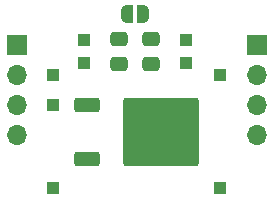
<source format=gts>
%TF.GenerationSoftware,KiCad,Pcbnew,8.0.3*%
%TF.CreationDate,2024-09-03T06:20:47+12:00*%
%TF.ProjectId,to-252-2,746f2d32-3532-42d3-922e-6b696361645f,rev?*%
%TF.SameCoordinates,Original*%
%TF.FileFunction,Soldermask,Top*%
%TF.FilePolarity,Negative*%
%FSLAX46Y46*%
G04 Gerber Fmt 4.6, Leading zero omitted, Abs format (unit mm)*
G04 Created by KiCad (PCBNEW 8.0.3) date 2024-09-03 06:20:47*
%MOMM*%
%LPD*%
G01*
G04 APERTURE LIST*
G04 Aperture macros list*
%AMRoundRect*
0 Rectangle with rounded corners*
0 $1 Rounding radius*
0 $2 $3 $4 $5 $6 $7 $8 $9 X,Y pos of 4 corners*
0 Add a 4 corners polygon primitive as box body*
4,1,4,$2,$3,$4,$5,$6,$7,$8,$9,$2,$3,0*
0 Add four circle primitives for the rounded corners*
1,1,$1+$1,$2,$3*
1,1,$1+$1,$4,$5*
1,1,$1+$1,$6,$7*
1,1,$1+$1,$8,$9*
0 Add four rect primitives between the rounded corners*
20,1,$1+$1,$2,$3,$4,$5,0*
20,1,$1+$1,$4,$5,$6,$7,0*
20,1,$1+$1,$6,$7,$8,$9,0*
20,1,$1+$1,$8,$9,$2,$3,0*%
%AMFreePoly0*
4,1,19,0.500000,-0.750000,0.000000,-0.750000,0.000000,-0.744911,-0.071157,-0.744911,-0.207708,-0.704816,-0.327430,-0.627875,-0.420627,-0.520320,-0.479746,-0.390866,-0.500000,-0.250000,-0.500000,0.250000,-0.479746,0.390866,-0.420627,0.520320,-0.327430,0.627875,-0.207708,0.704816,-0.071157,0.744911,0.000000,0.744911,0.000000,0.750000,0.500000,0.750000,0.500000,-0.750000,0.500000,-0.750000,
$1*%
%AMFreePoly1*
4,1,19,0.000000,0.744911,0.071157,0.744911,0.207708,0.704816,0.327430,0.627875,0.420627,0.520320,0.479746,0.390866,0.500000,0.250000,0.500000,-0.250000,0.479746,-0.390866,0.420627,-0.520320,0.327430,-0.627875,0.207708,-0.704816,0.071157,-0.744911,0.000000,-0.744911,0.000000,-0.750000,-0.500000,-0.750000,-0.500000,0.750000,0.000000,0.750000,0.000000,0.744911,0.000000,0.744911,
$1*%
G04 Aperture macros list end*
%ADD10R,1.000000X1.000000*%
%ADD11RoundRect,0.250000X-0.475000X0.337500X-0.475000X-0.337500X0.475000X-0.337500X0.475000X0.337500X0*%
%ADD12RoundRect,0.250000X-0.850000X-0.350000X0.850000X-0.350000X0.850000X0.350000X-0.850000X0.350000X0*%
%ADD13RoundRect,0.249997X-2.950003X-2.650003X2.950003X-2.650003X2.950003X2.650003X-2.950003X2.650003X0*%
%ADD14FreePoly0,0.000000*%
%ADD15FreePoly1,0.000000*%
%ADD16R,1.700000X1.700000*%
%ADD17O,1.700000X1.700000*%
G04 APERTURE END LIST*
D10*
%TO.C,TP105*%
X-29900000Y-11900000D03*
%TD*%
D11*
%TO.C,C101*%
X-24360000Y-8862500D03*
X-24360000Y-10937500D03*
%TD*%
D10*
%TO.C,TP102*%
X-27300000Y-10900000D03*
%TD*%
%TO.C,TP103*%
X-18700000Y-10900000D03*
%TD*%
%TO.C,TP104*%
X-18700000Y-8900000D03*
%TD*%
D12*
%TO.C,U101*%
X-27060000Y-14470000D03*
D13*
X-20760000Y-16750000D03*
D12*
X-27060000Y-19030000D03*
%TD*%
D10*
%TO.C,TP110*%
X-15800000Y-11900000D03*
%TD*%
%TO.C,TP111*%
X-29900000Y-21500000D03*
%TD*%
%TO.C,TP109*%
X-29900000Y-14450000D03*
%TD*%
%TO.C,TP112*%
X-15800000Y-21500000D03*
%TD*%
D11*
%TO.C,C102*%
X-21640000Y-8862500D03*
X-21640000Y-10937500D03*
%TD*%
D14*
%TO.C,JP101*%
X-23650000Y-6700000D03*
D15*
X-22350000Y-6700000D03*
%TD*%
D10*
%TO.C,TP101*%
X-27300000Y-8900000D03*
%TD*%
D16*
%TO.C,J102*%
X-12700000Y-9360000D03*
D17*
X-12700000Y-11900000D03*
X-12700000Y-14440000D03*
X-12700000Y-16980000D03*
%TD*%
D16*
%TO.C,J101*%
X-33020000Y-9360000D03*
D17*
X-33020000Y-11900000D03*
X-33020000Y-14440000D03*
X-33020000Y-16980000D03*
%TD*%
M02*

</source>
